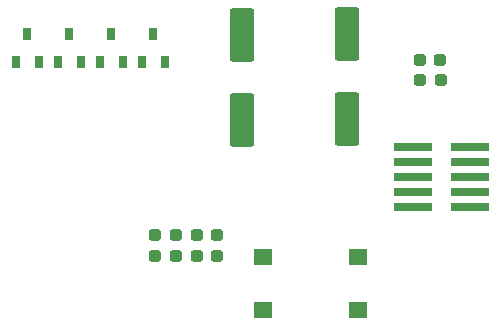
<source format=gbr>
%TF.GenerationSoftware,KiCad,Pcbnew,(6.0.11)*%
%TF.CreationDate,2024-02-10T16:44:09+09:00*%
%TF.ProjectId,IR,49522e6b-6963-4616-945f-706362585858,rev?*%
%TF.SameCoordinates,Original*%
%TF.FileFunction,Paste,Top*%
%TF.FilePolarity,Positive*%
%FSLAX46Y46*%
G04 Gerber Fmt 4.6, Leading zero omitted, Abs format (unit mm)*
G04 Created by KiCad (PCBNEW (6.0.11)) date 2024-02-10 16:44:09*
%MOMM*%
%LPD*%
G01*
G04 APERTURE LIST*
G04 Aperture macros list*
%AMRoundRect*
0 Rectangle with rounded corners*
0 $1 Rounding radius*
0 $2 $3 $4 $5 $6 $7 $8 $9 X,Y pos of 4 corners*
0 Add a 4 corners polygon primitive as box body*
4,1,4,$2,$3,$4,$5,$6,$7,$8,$9,$2,$3,0*
0 Add four circle primitives for the rounded corners*
1,1,$1+$1,$2,$3*
1,1,$1+$1,$4,$5*
1,1,$1+$1,$6,$7*
1,1,$1+$1,$8,$9*
0 Add four rect primitives between the rounded corners*
20,1,$1+$1,$2,$3,$4,$5,0*
20,1,$1+$1,$4,$5,$6,$7,0*
20,1,$1+$1,$6,$7,$8,$9,0*
20,1,$1+$1,$8,$9,$2,$3,0*%
G04 Aperture macros list end*
%ADD10R,0.700000X1.000000*%
%ADD11R,3.250000X0.740000*%
%ADD12RoundRect,0.250001X-0.799999X1.999999X-0.799999X-1.999999X0.799999X-1.999999X0.799999X1.999999X0*%
%ADD13RoundRect,0.237500X-0.287500X-0.237500X0.287500X-0.237500X0.287500X0.237500X-0.287500X0.237500X0*%
%ADD14R,1.600000X1.400000*%
%ADD15RoundRect,0.237500X0.287500X0.237500X-0.287500X0.237500X-0.287500X-0.237500X0.287500X-0.237500X0*%
G04 APERTURE END LIST*
D10*
%TO.C,Q13*%
X121660000Y-136939999D03*
X123560000Y-136939999D03*
X122610000Y-134539999D03*
%TD*%
D11*
%TO.C,J2*%
X155305000Y-144159999D03*
X160055000Y-144159999D03*
X155305000Y-145429999D03*
X160055000Y-145429999D03*
X155305000Y-146699999D03*
X160055000Y-146699999D03*
X155305000Y-147969999D03*
X160055000Y-147969999D03*
X155305000Y-149239999D03*
X160055000Y-149239999D03*
%TD*%
D12*
%TO.C,C28*%
X140760000Y-134639999D03*
X140760000Y-141839999D03*
%TD*%
D10*
%TO.C,Q15*%
X128790000Y-136929999D03*
X130690000Y-136929999D03*
X129740000Y-134529999D03*
%TD*%
D13*
%TO.C,D5*%
X136945000Y-153359999D03*
X138695000Y-153359999D03*
%TD*%
D14*
%TO.C,SW4*%
X142570000Y-157919999D03*
X150570000Y-157919999D03*
X142570000Y-153419999D03*
X150570000Y-153419999D03*
%TD*%
D10*
%TO.C,Q16*%
X132340000Y-136929999D03*
X134240000Y-136929999D03*
X133290000Y-134529999D03*
%TD*%
D15*
%TO.C,D3*%
X135195000Y-153359999D03*
X133445000Y-153359999D03*
%TD*%
%TO.C,D8*%
X157590000Y-136769999D03*
X155840000Y-136769999D03*
%TD*%
%TO.C,D6*%
X135195000Y-151609999D03*
X133445000Y-151609999D03*
%TD*%
D12*
%TO.C,C27*%
X149690000Y-134559999D03*
X149690000Y-141759999D03*
%TD*%
D10*
%TO.C,Q14*%
X125220000Y-136929999D03*
X127120000Y-136929999D03*
X126170000Y-134529999D03*
%TD*%
D15*
%TO.C,D11*%
X157615000Y-138429999D03*
X155865000Y-138429999D03*
%TD*%
D13*
%TO.C,D4*%
X136945000Y-151609999D03*
X138695000Y-151609999D03*
%TD*%
M02*

</source>
